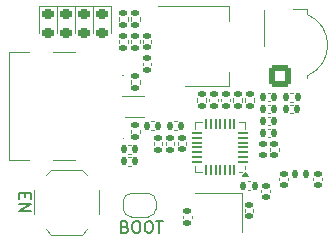
<source format=gto>
G04 #@! TF.GenerationSoftware,KiCad,Pcbnew,8.0.1*
G04 #@! TF.CreationDate,2024-04-19T23:10:03+02:00*
G04 #@! TF.ProjectId,esp-ir-receiver,6573702d-6972-42d7-9265-636569766572,1.0.0*
G04 #@! TF.SameCoordinates,Original*
G04 #@! TF.FileFunction,Legend,Top*
G04 #@! TF.FilePolarity,Positive*
%FSLAX46Y46*%
G04 Gerber Fmt 4.6, Leading zero omitted, Abs format (unit mm)*
G04 Created by KiCad (PCBNEW 8.0.1) date 2024-04-19 23:10:03*
%MOMM*%
%LPD*%
G01*
G04 APERTURE LIST*
G04 Aperture macros list*
%AMRoundRect*
0 Rectangle with rounded corners*
0 $1 Rounding radius*
0 $2 $3 $4 $5 $6 $7 $8 $9 X,Y pos of 4 corners*
0 Add a 4 corners polygon primitive as box body*
4,1,4,$2,$3,$4,$5,$6,$7,$8,$9,$2,$3,0*
0 Add four circle primitives for the rounded corners*
1,1,$1+$1,$2,$3*
1,1,$1+$1,$4,$5*
1,1,$1+$1,$6,$7*
1,1,$1+$1,$8,$9*
0 Add four rect primitives between the rounded corners*
20,1,$1+$1,$2,$3,$4,$5,0*
20,1,$1+$1,$4,$5,$6,$7,0*
20,1,$1+$1,$6,$7,$8,$9,0*
20,1,$1+$1,$8,$9,$2,$3,0*%
%AMFreePoly0*
4,1,19,0.500000,-0.750000,0.000000,-0.750000,0.000000,-0.744911,-0.071157,-0.744911,-0.207708,-0.704816,-0.327430,-0.627875,-0.420627,-0.520320,-0.479746,-0.390866,-0.500000,-0.250000,-0.500000,0.250000,-0.479746,0.390866,-0.420627,0.520320,-0.327430,0.627875,-0.207708,0.704816,-0.071157,0.744911,0.000000,0.744911,0.000000,0.750000,0.500000,0.750000,0.500000,-0.750000,0.500000,-0.750000,
$1*%
%AMFreePoly1*
4,1,19,0.000000,0.744911,0.071157,0.744911,0.207708,0.704816,0.327430,0.627875,0.420627,0.520320,0.479746,0.390866,0.500000,0.250000,0.500000,-0.250000,0.479746,-0.390866,0.420627,-0.520320,0.327430,-0.627875,0.207708,-0.704816,0.071157,-0.744911,0.000000,-0.744911,0.000000,-0.750000,-0.500000,-0.750000,-0.500000,0.750000,0.000000,0.750000,0.000000,0.744911,0.000000,0.744911,
$1*%
G04 Aperture macros list end*
%ADD10C,0.200000*%
%ADD11C,0.120000*%
%ADD12C,0.100000*%
%ADD13RoundRect,0.218750X-0.256250X0.218750X-0.256250X-0.218750X0.256250X-0.218750X0.256250X0.218750X0*%
%ADD14R,2.000000X1.500000*%
%ADD15R,2.000000X3.800000*%
%ADD16FreePoly0,180.000000*%
%ADD17FreePoly1,180.000000*%
%ADD18RoundRect,0.140000X0.170000X-0.140000X0.170000X0.140000X-0.170000X0.140000X-0.170000X-0.140000X0*%
%ADD19RoundRect,0.140000X-0.170000X0.140000X-0.170000X-0.140000X0.170000X-0.140000X0.170000X0.140000X0*%
%ADD20RoundRect,0.140000X0.140000X0.170000X-0.140000X0.170000X-0.140000X-0.170000X0.140000X-0.170000X0*%
%ADD21RoundRect,0.135000X-0.185000X0.135000X-0.185000X-0.135000X0.185000X-0.135000X0.185000X0.135000X0*%
%ADD22RoundRect,0.248400X0.651600X-0.651600X0.651600X0.651600X-0.651600X0.651600X-0.651600X-0.651600X0*%
%ADD23C,1.800000*%
%ADD24R,1.400000X1.200000*%
%ADD25RoundRect,0.140000X-0.140000X-0.170000X0.140000X-0.170000X0.140000X0.170000X-0.140000X0.170000X0*%
%ADD26R,0.500000X0.300000*%
%ADD27R,1.000000X0.750000*%
%ADD28RoundRect,0.147500X-0.147500X-0.172500X0.147500X-0.172500X0.147500X0.172500X-0.147500X0.172500X0*%
%ADD29RoundRect,0.135000X0.185000X-0.135000X0.185000X0.135000X-0.185000X0.135000X-0.185000X-0.135000X0*%
%ADD30R,0.500000X0.375000*%
%ADD31R,0.650000X0.300000*%
%ADD32RoundRect,0.135000X-0.135000X-0.185000X0.135000X-0.185000X0.135000X0.185000X-0.135000X0.185000X0*%
%ADD33C,0.650000*%
%ADD34R,1.240000X0.600000*%
%ADD35R,1.240000X0.300000*%
%ADD36O,2.100000X1.000000*%
%ADD37O,1.800000X1.000000*%
%ADD38RoundRect,0.147500X0.172500X-0.147500X0.172500X0.147500X-0.172500X0.147500X-0.172500X-0.147500X0*%
%ADD39RoundRect,0.050000X0.387500X0.050000X-0.387500X0.050000X-0.387500X-0.050000X0.387500X-0.050000X0*%
%ADD40RoundRect,0.050000X0.050000X0.387500X-0.050000X0.387500X-0.050000X-0.387500X0.050000X-0.387500X0*%
%ADD41R,2.600000X2.600000*%
G04 APERTURE END LIST*
D10*
X138060858Y-114226408D02*
X138203715Y-114274027D01*
X138203715Y-114274027D02*
X138251334Y-114321646D01*
X138251334Y-114321646D02*
X138298953Y-114416884D01*
X138298953Y-114416884D02*
X138298953Y-114559741D01*
X138298953Y-114559741D02*
X138251334Y-114654979D01*
X138251334Y-114654979D02*
X138203715Y-114702599D01*
X138203715Y-114702599D02*
X138108477Y-114750218D01*
X138108477Y-114750218D02*
X137727525Y-114750218D01*
X137727525Y-114750218D02*
X137727525Y-113750218D01*
X137727525Y-113750218D02*
X138060858Y-113750218D01*
X138060858Y-113750218D02*
X138156096Y-113797837D01*
X138156096Y-113797837D02*
X138203715Y-113845456D01*
X138203715Y-113845456D02*
X138251334Y-113940694D01*
X138251334Y-113940694D02*
X138251334Y-114035932D01*
X138251334Y-114035932D02*
X138203715Y-114131170D01*
X138203715Y-114131170D02*
X138156096Y-114178789D01*
X138156096Y-114178789D02*
X138060858Y-114226408D01*
X138060858Y-114226408D02*
X137727525Y-114226408D01*
X138918001Y-113750218D02*
X139108477Y-113750218D01*
X139108477Y-113750218D02*
X139203715Y-113797837D01*
X139203715Y-113797837D02*
X139298953Y-113893075D01*
X139298953Y-113893075D02*
X139346572Y-114083551D01*
X139346572Y-114083551D02*
X139346572Y-114416884D01*
X139346572Y-114416884D02*
X139298953Y-114607360D01*
X139298953Y-114607360D02*
X139203715Y-114702599D01*
X139203715Y-114702599D02*
X139108477Y-114750218D01*
X139108477Y-114750218D02*
X138918001Y-114750218D01*
X138918001Y-114750218D02*
X138822763Y-114702599D01*
X138822763Y-114702599D02*
X138727525Y-114607360D01*
X138727525Y-114607360D02*
X138679906Y-114416884D01*
X138679906Y-114416884D02*
X138679906Y-114083551D01*
X138679906Y-114083551D02*
X138727525Y-113893075D01*
X138727525Y-113893075D02*
X138822763Y-113797837D01*
X138822763Y-113797837D02*
X138918001Y-113750218D01*
X139965620Y-113750218D02*
X140156096Y-113750218D01*
X140156096Y-113750218D02*
X140251334Y-113797837D01*
X140251334Y-113797837D02*
X140346572Y-113893075D01*
X140346572Y-113893075D02*
X140394191Y-114083551D01*
X140394191Y-114083551D02*
X140394191Y-114416884D01*
X140394191Y-114416884D02*
X140346572Y-114607360D01*
X140346572Y-114607360D02*
X140251334Y-114702599D01*
X140251334Y-114702599D02*
X140156096Y-114750218D01*
X140156096Y-114750218D02*
X139965620Y-114750218D01*
X139965620Y-114750218D02*
X139870382Y-114702599D01*
X139870382Y-114702599D02*
X139775144Y-114607360D01*
X139775144Y-114607360D02*
X139727525Y-114416884D01*
X139727525Y-114416884D02*
X139727525Y-114083551D01*
X139727525Y-114083551D02*
X139775144Y-113893075D01*
X139775144Y-113893075D02*
X139870382Y-113797837D01*
X139870382Y-113797837D02*
X139965620Y-113750218D01*
X140679906Y-113750218D02*
X141251334Y-113750218D01*
X140965620Y-114750218D02*
X140965620Y-113750218D01*
X129583591Y-111400904D02*
X129583591Y-111734237D01*
X129059781Y-111877094D02*
X129059781Y-111400904D01*
X129059781Y-111400904D02*
X130059781Y-111400904D01*
X130059781Y-111400904D02*
X130059781Y-111877094D01*
X129059781Y-112305666D02*
X130059781Y-112305666D01*
X130059781Y-112305666D02*
X129059781Y-112877094D01*
X129059781Y-112877094D02*
X130059781Y-112877094D01*
D11*
X132324357Y-95540999D02*
X132324357Y-97825999D01*
X133794357Y-95540999D02*
X132324357Y-95540999D01*
X133794357Y-97825999D02*
X133794357Y-95540999D01*
X140881001Y-95534999D02*
X146891001Y-95534999D01*
X143131001Y-102354999D02*
X146891001Y-102354999D01*
X146891001Y-95534999D02*
X146891001Y-96794999D01*
X146891001Y-102354999D02*
X146891001Y-101094999D01*
X135381001Y-95540999D02*
X135381001Y-97825999D01*
X136851001Y-95540999D02*
X135381001Y-95540999D01*
X136851001Y-97825999D02*
X136851001Y-95540999D01*
X137891001Y-112692999D02*
X137891001Y-112092999D01*
X138591001Y-111392999D02*
X139991001Y-111392999D01*
X139991001Y-113392999D02*
X138591001Y-113392999D01*
X140691001Y-112092999D02*
X140691001Y-112692999D01*
X137891001Y-112092999D02*
G75*
G02*
X138591001Y-111392999I700000J0D01*
G01*
X138591001Y-113392999D02*
G75*
G02*
X137891001Y-112692999I0J700000D01*
G01*
X139991001Y-111392999D02*
G75*
G02*
X140691001Y-112092999I1J-699999D01*
G01*
X140691001Y-112692999D02*
G75*
G02*
X139991001Y-113392999I-699999J-1D01*
G01*
X149599001Y-111329835D02*
X149599001Y-111114163D01*
X150319001Y-111329835D02*
X150319001Y-111114163D01*
X150343003Y-107584163D02*
X150343003Y-107799835D01*
X151063003Y-107584163D02*
X151063003Y-107799835D01*
X142980505Y-113505835D02*
X142980505Y-113290163D01*
X143700505Y-113505835D02*
X143700505Y-113290163D01*
X142446837Y-105301999D02*
X142231165Y-105301999D01*
X142446837Y-106021999D02*
X142231165Y-106021999D01*
X144156001Y-103349358D02*
X144156001Y-103656640D01*
X144916001Y-103349358D02*
X144916001Y-103656640D01*
X133857001Y-95540999D02*
X133857001Y-97825999D01*
X135327001Y-95540999D02*
X133857001Y-95540999D01*
X135327001Y-97825999D02*
X135327001Y-95540999D01*
X149824001Y-95874024D02*
X149824001Y-98954024D01*
X153484001Y-95794024D02*
X152284001Y-95794024D01*
X153484001Y-95794024D02*
X153484001Y-96254024D01*
X153484001Y-101454024D02*
X153484001Y-101674024D01*
X153484001Y-96254025D02*
G75*
G02*
X153484001Y-101454023I-1100000J-2599999D01*
G01*
X147964505Y-111377999D02*
X143964505Y-111377999D01*
X147964505Y-114677999D02*
X147964505Y-111377999D01*
X148187505Y-112763163D02*
X148187505Y-112978835D01*
X148907505Y-112763163D02*
X148907505Y-112978835D01*
X150115166Y-104919000D02*
X150330838Y-104919000D01*
X150115166Y-105639000D02*
X150330838Y-105639000D01*
X138322165Y-108335999D02*
X138537837Y-108335999D01*
X138322165Y-109055999D02*
X138537837Y-109055999D01*
X148454165Y-110381999D02*
X148669837Y-110381999D01*
X148454165Y-111101999D02*
X148669837Y-111101999D01*
X150115166Y-102887000D02*
X150330838Y-102887000D01*
X150115166Y-103607000D02*
X150330838Y-103607000D01*
X130809001Y-95540999D02*
X130809001Y-97825999D01*
X132279001Y-95540999D02*
X130809001Y-95540999D01*
X132279001Y-97825999D02*
X132279001Y-95540999D01*
D12*
X137944001Y-106715999D02*
G75*
G02*
X137844001Y-106715999I-50000J0D01*
G01*
X137844001Y-106715999D02*
G75*
G02*
X137944001Y-106715999I50000J0D01*
G01*
D11*
X140255165Y-105301999D02*
X140470837Y-105301999D01*
X140255165Y-106021999D02*
X140470837Y-106021999D01*
X151123001Y-110096163D02*
X151123001Y-110311835D01*
X151843001Y-110096163D02*
X151843001Y-110311835D01*
X138530001Y-101825358D02*
X138530001Y-102132640D01*
X139290001Y-101825358D02*
X139290001Y-102132640D01*
X150330839Y-105934999D02*
X150115167Y-105934999D01*
X150330839Y-106654999D02*
X150115167Y-106654999D01*
X145192001Y-103395163D02*
X145192001Y-103610835D01*
X145912001Y-103395163D02*
X145912001Y-103610835D01*
X130366001Y-111138999D02*
X130366001Y-113138999D01*
X131366002Y-109838999D02*
X131816001Y-109388999D01*
X131366002Y-114438999D02*
X131816001Y-114888999D01*
X131816001Y-109388999D02*
X134416001Y-109388999D01*
X131816001Y-114888999D02*
X134416001Y-114888999D01*
X134866000Y-109838999D02*
X134416001Y-109388999D01*
X134866000Y-114438999D02*
X134416001Y-114888999D01*
X135866001Y-111138999D02*
X135866001Y-113138999D01*
X139566001Y-98650860D02*
X139566001Y-98435188D01*
X140286001Y-98650860D02*
X140286001Y-98435188D01*
X146208001Y-103395163D02*
X146208001Y-103610835D01*
X146928001Y-103395163D02*
X146928001Y-103610835D01*
X150330839Y-103902999D02*
X150115167Y-103902999D01*
X150330839Y-104622999D02*
X150115167Y-104622999D01*
X138530001Y-106309640D02*
X138530001Y-106002358D01*
X139290001Y-106309640D02*
X139290001Y-106002358D01*
X138061974Y-104940499D02*
X139661974Y-104940499D01*
X139661974Y-103140499D02*
X137761974Y-103140499D01*
X141479001Y-107032359D02*
X141479001Y-107339641D01*
X142239001Y-107032359D02*
X142239001Y-107339641D01*
X137514001Y-96796641D02*
X137514001Y-96489359D01*
X138274001Y-96796641D02*
X138274001Y-96489359D01*
X137514001Y-98396358D02*
X137514001Y-98703640D01*
X138274001Y-98396358D02*
X138274001Y-98703640D01*
X138530001Y-98396358D02*
X138530001Y-98703640D01*
X139290001Y-98396358D02*
X139290001Y-98703640D01*
D12*
X137936974Y-101432999D02*
G75*
G02*
X137836974Y-101432999I-50000J0D01*
G01*
X137836974Y-101432999D02*
G75*
G02*
X137936974Y-101432999I50000J0D01*
G01*
D11*
X138530001Y-96798640D02*
X138530001Y-96491358D01*
X139290001Y-96798640D02*
X139290001Y-96491358D01*
X148220001Y-103349358D02*
X148220001Y-103656640D01*
X148980001Y-103349358D02*
X148980001Y-103656640D01*
X152002360Y-102866999D02*
X152309642Y-102866999D01*
X152002360Y-103626999D02*
X152309642Y-103626999D01*
X128199001Y-99399999D02*
X129904001Y-99399999D01*
X128199001Y-108559999D02*
X128199001Y-99399999D01*
X129904001Y-108559999D02*
X128199001Y-108559999D01*
X131914001Y-108559999D02*
X133834001Y-108559999D01*
X133834001Y-99399999D02*
X131914001Y-99399999D01*
X144006501Y-105399999D02*
X144006501Y-105949999D01*
X144006501Y-109619999D02*
X144006501Y-109069999D01*
X144556501Y-105399999D02*
X144006501Y-105399999D01*
X144556501Y-109619999D02*
X144006501Y-109619999D01*
X147676501Y-105399999D02*
X148226501Y-105399999D01*
X147676501Y-109619999D02*
X147926501Y-109619999D01*
X148226501Y-105399999D02*
X148226501Y-105949999D01*
X148226501Y-109069999D02*
X148226501Y-109379999D01*
X148466500Y-109949999D02*
X147986501Y-109949999D01*
X148226501Y-109619999D01*
X148466500Y-109949999D01*
G36*
X148466500Y-109949999D02*
G01*
X147986501Y-109949999D01*
X148226501Y-109619999D01*
X148466500Y-109949999D01*
G37*
X139566001Y-100562835D02*
X139566001Y-100347163D01*
X140286001Y-100562835D02*
X140286001Y-100347163D01*
X142515000Y-107078164D02*
X142515000Y-107293836D01*
X143235000Y-107078164D02*
X143235000Y-107293836D01*
X147204001Y-103656640D02*
X147204001Y-103349358D01*
X147964001Y-103656640D02*
X147964001Y-103349358D01*
X140463000Y-107032359D02*
X140463000Y-107339641D01*
X141223000Y-107032359D02*
X141223000Y-107339641D01*
X153996683Y-110096163D02*
X153996683Y-110311835D01*
X154716683Y-110096163D02*
X154716683Y-110311835D01*
X138322165Y-107319999D02*
X138537837Y-107319999D01*
X138322165Y-108039999D02*
X138537837Y-108039999D01*
X152048165Y-103902999D02*
X152263837Y-103902999D01*
X152048165Y-104622999D02*
X152263837Y-104622999D01*
%LPC*%
D13*
X133059357Y-96238498D03*
X133059357Y-97813500D03*
D14*
X141831001Y-96644999D03*
X141831001Y-98944999D03*
X141831001Y-101244999D03*
D15*
X148131001Y-98944999D03*
D13*
X136116001Y-96238498D03*
X136116001Y-97813500D03*
D16*
X139941001Y-112392999D03*
D17*
X138641001Y-112392999D03*
D18*
X149959001Y-111701999D03*
X149959001Y-110741999D03*
D19*
X150703003Y-107211999D03*
X150703003Y-108171999D03*
D18*
X143340505Y-113877999D03*
X143340505Y-112917999D03*
D20*
X142819001Y-105661999D03*
X141859001Y-105661999D03*
D21*
X144536001Y-102992999D03*
X144536001Y-104012999D03*
D13*
X134592001Y-96238498D03*
X134592001Y-97813500D03*
D22*
X151184001Y-101494024D03*
D23*
X151184001Y-98954024D03*
X151184001Y-96414024D03*
D24*
X147064505Y-112177999D03*
X144864505Y-112177999D03*
X144864505Y-113877999D03*
X147064505Y-113877999D03*
D19*
X148547505Y-112390999D03*
X148547505Y-113350999D03*
D25*
X149743002Y-105279000D03*
X150703002Y-105279000D03*
X137950001Y-108695999D03*
X138910001Y-108695999D03*
X148082001Y-110741999D03*
X149042001Y-110741999D03*
X149743002Y-103247000D03*
X150703002Y-103247000D03*
D13*
X131544001Y-96238498D03*
X131544001Y-97813500D03*
D26*
X137894001Y-106265999D03*
X137894001Y-105565999D03*
D25*
X139883001Y-105661999D03*
X140843001Y-105661999D03*
D19*
X151483001Y-109723999D03*
X151483001Y-110683999D03*
D21*
X138910001Y-101469000D03*
X138910001Y-102488998D03*
D20*
X150703003Y-106294999D03*
X149743003Y-106294999D03*
D19*
X145552001Y-103022999D03*
X145552001Y-103982999D03*
D27*
X130116001Y-110263999D03*
X136116001Y-110263999D03*
X130116001Y-114013999D03*
X136116001Y-114013999D03*
D18*
X139926001Y-99023024D03*
X139926001Y-98063024D03*
D19*
X146568001Y-103022999D03*
X146568001Y-103982999D03*
D20*
X150703003Y-104262999D03*
X149743003Y-104262999D03*
D28*
X152434842Y-109723999D03*
X153404842Y-109723999D03*
D29*
X138910001Y-106665999D03*
X138910001Y-105645999D03*
D30*
X138011974Y-103502999D03*
D31*
X137936974Y-104040499D03*
D30*
X138011974Y-104577999D03*
X139711974Y-104577999D03*
D31*
X139786974Y-104040499D03*
D30*
X139711974Y-103502999D03*
D21*
X141859001Y-106676000D03*
X141859001Y-107696000D03*
D29*
X137894001Y-97152999D03*
X137894001Y-96133001D03*
D21*
X137894001Y-98040000D03*
X137894001Y-99059998D03*
X138910001Y-98040000D03*
X138910001Y-99059998D03*
D26*
X137886974Y-101882999D03*
X137886974Y-102582999D03*
D29*
X138910001Y-97154998D03*
X138910001Y-96135000D03*
D21*
X148600001Y-102992999D03*
X148600001Y-104012999D03*
D32*
X151646001Y-103246999D03*
X152666001Y-103246999D03*
D33*
X134589001Y-101089999D03*
X134589001Y-106869999D03*
D34*
X135709001Y-100779999D03*
X135709001Y-101579999D03*
D35*
X135709001Y-102729999D03*
X135709001Y-103729999D03*
X135709001Y-104229999D03*
X135709001Y-105229999D03*
D34*
X135709001Y-106379999D03*
X135709001Y-107179999D03*
X135709001Y-107179999D03*
X135709001Y-106379999D03*
D35*
X135709001Y-105729999D03*
X135709001Y-104729999D03*
X135709001Y-103229999D03*
X135709001Y-102229999D03*
D34*
X135709001Y-101579999D03*
X135709001Y-100779999D03*
D36*
X135109001Y-99659999D03*
D37*
X130909001Y-99659999D03*
D36*
X135109001Y-108299999D03*
D37*
X130909001Y-108299999D03*
D38*
X149743001Y-108176998D03*
X149743001Y-107206998D03*
D39*
X148054001Y-108710000D03*
X148054001Y-108309999D03*
X148054001Y-107909999D03*
X148054000Y-107509999D03*
X148054001Y-107109999D03*
X148054001Y-106709999D03*
X148054001Y-106309998D03*
D40*
X147316502Y-105572499D03*
X146916501Y-105572499D03*
X146516501Y-105572499D03*
X146116501Y-105572500D03*
X145716501Y-105572499D03*
X145316501Y-105572499D03*
X144916500Y-105572499D03*
D39*
X144179001Y-106309998D03*
X144179001Y-106709999D03*
X144179001Y-107109999D03*
X144179002Y-107509999D03*
X144179001Y-107909999D03*
X144179001Y-108309999D03*
X144179001Y-108710000D03*
D40*
X144916500Y-109447499D03*
X145316501Y-109447499D03*
X145716501Y-109447499D03*
X146116501Y-109447498D03*
X146516501Y-109447499D03*
X146916501Y-109447499D03*
X147316502Y-109447499D03*
D41*
X146116501Y-107509999D03*
D18*
X139926001Y-100934999D03*
X139926001Y-99974999D03*
D19*
X142875000Y-106706000D03*
X142875000Y-107666000D03*
D29*
X147584001Y-104012999D03*
X147584001Y-102992999D03*
D21*
X140843000Y-106676000D03*
X140843000Y-107696000D03*
D19*
X154356683Y-109723999D03*
X154356683Y-110683999D03*
D25*
X137950001Y-107679999D03*
X138910001Y-107679999D03*
X151676001Y-104262999D03*
X152636001Y-104262999D03*
%LPD*%
M02*

</source>
